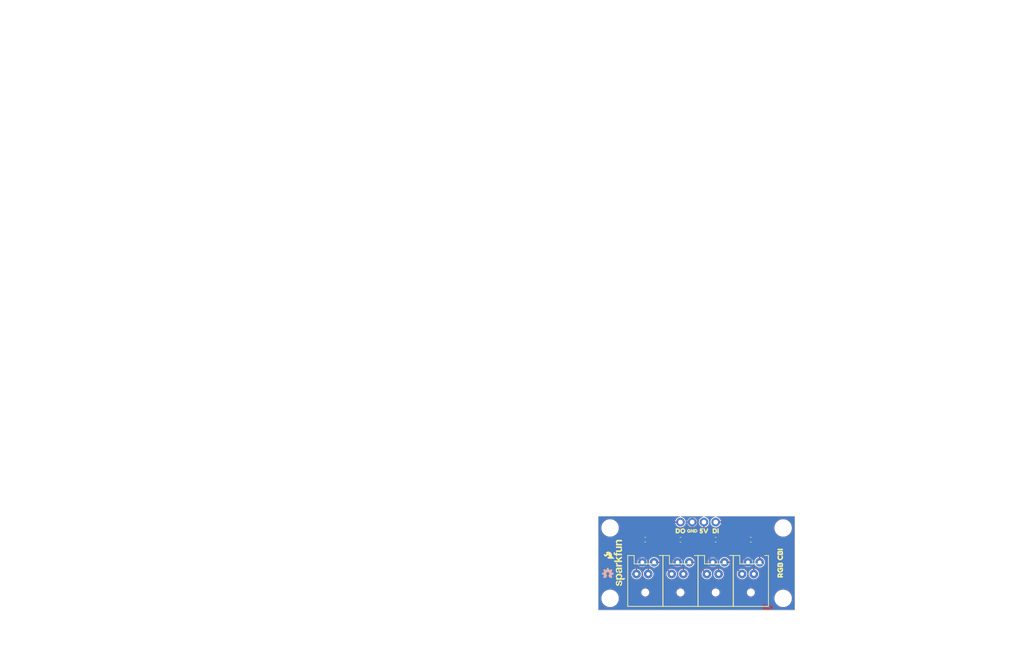
<source format=kicad_pcb>
(kicad_pcb (version 20221018) (generator pcbnew)
  (layers (0 "F.Cu" signal) (31 "B.Cu" signal) (34 "B.Paste" user) (35 "F.Paste" user) (36 "B.SilkS" user "B.Silkscreen") (37 "F.SilkS" user "F.Silkscreen") (38 "B.Mask" user) (39 "F.Mask" user) (44 "Edge.Cuts" user))
  (net 0 "")
  (net 1 "GND")
  (net 2 "5V")
  (net 3 "Net-(D1-DOUT)")
  (net 4 "Net-(D2-DOUT)")
  (net 5 "DIN")
  (net 6 "DOUT")
  (net 7 "Net-(D3-DOUT)")
  (footprint "kibuzzard-6570C446" (layer "F.Cu") (at 168.91 121.92 90)
    (fp_text reference "kibuzzard-6570C446" hide)
    (fp_text value "G***" hide)
  )
  (footprint "SparkFun-Hardware:STAND-OFF" (layer "F.Cu") (at 169.545 114.3)
    (fp_text reference "ST1")
    (fp_text value "Stand_off")
    (pad "" np_thru_hole circle (at 0 0) (size 3.302 3.302) (drill 3.302) (layers "F&B.Cu" "*.Mask"))
  )
  (footprint "SparkFun-LED:WS2812B-CBI_Datasheet" (layer "F.Cu") (at 139.7 128.27 -90)
    (fp_text reference "D4")
    (fp_text value "WS2812B_CBI")
    (pad "" np_thru_hole circle (at 0 0 270) (size 1.25 1.25) (drill 1.25) (layers "F&B.Cu" "*.Mask"))
    (pad "1" thru_hole circle (at -6.54 -1.905 270) (size 1.8796 1.8796) (drill 0.8128) (layers "*.Cu" "*.Mask") (net 7 "Net-(D3-DOUT)"))
    (pad "2" thru_hole circle (at -4 -0.635 270) (size 1.8796 1.8796) (drill 0.8128) (layers "*.Cu" "*.Mask") (net 2 "5V"))
    (pad "3" thru_hole circle (at -6.54 0.635 270) (size 1.8796 1.8796) (drill 0.8128) (layers "*.Cu" "*.Mask") (net 1 "GND"))
    (pad "4" thru_hole circle (at -4 1.905 270) (size 1.8796 1.8796) (drill 0.8128) (layers "*.Cu" "*.Mask") (net 6 "DOUT"))
  )
  (footprint "SparkFun-LED:WS2812B-CBI_Datasheet" (layer "F.Cu") (at 162.56 128.27 -90)
    (fp_text reference "D1")
    (fp_text value "WS2812B_CBI")
    (pad "" np_thru_hole circle (at 0 0 270) (size 1.25 1.25) (drill 1.25) (layers "F&B.Cu" "*.Mask"))
    (pad "1" thru_hole circle (at -6.54 -1.905 270) (size 1.8796 1.8796) (drill 0.8128) (layers "*.Cu" "*.Mask") (net 5 "DIN"))
    (pad "2" thru_hole circle (at -4 -0.635 270) (size 1.8796 1.8796) (drill 0.8128) (layers "*.Cu" "*.Mask") (net 2 "5V"))
    (pad "3" thru_hole circle (at -6.54 0.635 270) (size 1.8796 1.8796) (drill 0.8128) (layers "*.Cu" "*.Mask") (net 1 "GND"))
    (pad "4" thru_hole circle (at -4 1.905 270) (size 1.8796 1.8796) (drill 0.8128) (layers "*.Cu" "*.Mask") (net 3 "Net-(D1-DOUT)"))
  )
  (footprint "SparkFun-LED:WS2812B-CBI_Datasheet" (layer "F.Cu") (at 147.32 128.27 -90)
    (fp_text reference "D3")
    (fp_text value "WS2812B_CBI")
    (pad "" np_thru_hole circle (at 0 0 270) (size 1.25 1.25) (drill 1.25) (layers "F&B.Cu" "*.Mask"))
    (pad "1" thru_hole circle (at -6.54 -1.905 270) (size 1.8796 1.8796) (drill 0.8128) (layers "*.Cu" "*.Mask") (net 4 "Net-(D2-DOUT)"))
    (pad "2" thru_hole circle (at -4 -0.635 270) (size 1.8796 1.8796) (drill 0.8128) (layers "*.Cu" "*.Mask") (net 2 "5V"))
    (pad "3" thru_hole circle (at -6.54 0.635 270) (size 1.8796 1.8796) (drill 0.8128) (layers "*.Cu" "*.Mask") (net 1 "GND"))
    (pad "4" thru_hole circle (at -4 1.905 270) (size 1.8796 1.8796) (drill 0.8128) (layers "*.Cu" "*.Mask") (net 7 "Net-(D3-DOUT)"))
  )
  (footprint "kibuzzard-6570C414" (layer "F.Cu") (at 147.32 114.935)
    (fp_text reference "kibuzzard-6570C414" hide)
    (fp_text value "G***" hide)
  )
  (footprint "kibuzzard-6570C3FB" (layer "F.Cu") (at 152.4 114.935)
    (fp_text reference "kibuzzard-6570C3FB" hide)
    (fp_text value "G***" hide)
  )
  (footprint "SparkFun-Aesthetic:Creative_Commons_License" (layer "F.Cu") (at 152.4 138.43)
    (fp_text reference "G2" hide)
    (fp_text value "OSHW_Logo" hide)
  )
  (footprint "SparkFun-Capacitor:C_0603_1608Metric" (layer "F.Cu") (at 162.56 116.84 180)
    (fp_text reference "C1")
    (fp_text value "0.1uF")
    (pad "1" smd roundrect (at -0.775 0 180) (size 0.9 0.95) (layers "F.Cu" "F.Paste" "F.Mask") (net 2 "5V"))
    (pad "2" smd roundrect (at 0.775 0 180) (size 0.9 0.95) (layers "F.Cu" "F.Paste" "F.Mask") (net 1 "GND"))
  )
  (footprint "SparkFun-Aesthetic:SparkFun_Logo_10mm" (layer "F.Cu") (at 133.985 121.92 90)
    (fp_text reference "G***" hide)
    (fp_text value "LOGO" hide)
  )
  (footprint "SparkFun-Capacitor:C_0603_1608Metric" (layer "F.Cu") (at 154.94 116.84 180)
    (fp_text reference "C2")
    (fp_text value "0.1uF")
    (pad "1" smd roundrect (at -0.775 0 180) (size 0.9 0.95) (layers "F.Cu" "F.Paste" "F.Mask") (net 2 "5V"))
    (pad "2" smd roundrect (at 0.775 0 180) (size 0.9 0.95) (layers "F.Cu" "F.Paste" "F.Mask") (net 1 "GND"))
  )
  (footprint "SparkFun-Aesthetic:Fiducial_0.5mm_Mask1mm" (layer "F.Cu") (at 170.18 125.73)
    (fp_text reference "FID1")
    (fp_text value "Fiducial_0.5mm")
    (pad "" smd circle (at 0 0) (size 0.5 0.5) (layers "F.Cu" "F.Mask") (clearance 0.25))
  )
  (footprint "kibuzzard-6570C42B" (layer "F.Cu") (at 149.86 114.935)
    (fp_text reference "kibuzzard-6570C42B" hide)
    (fp_text value "G***" hide)
  )
  (footprint "SparkFun-Connector:1X04" (layer "F.Cu") (at 147.32 113.03)
    (fp_text reference "J1")
    (fp_text value "Conn_01x04")
    (pad "1" thru_hole circle (at 0 0 90) (size 1.8796 1.8796) (drill 1.016) (layers "*.Cu" "*.Mask") (net 6 "DOUT"))
    (pad "2" thru_hole circle (at 2.54 0 90) (size 1.8796 1.8796) (drill 1.016) (layers "*.Cu" "*.Mask") (net 1 "GND"))
    (pad "3" thru_hole circle (at 5.08 0 90) (size 1.8796 1.8796) (drill 1.016) (layers "*.Cu" "*.Mask") (net 2 "5V"))
    (pad "4" thru_hole circle (at 7.62 0 90) (size 1.8796 1.8796) (drill 1.016) (layers "*.Cu" "*.Mask") (net 5 "DIN"))
  )
  (footprint "SparkFun-Capacitor:C_0603_1608Metric" (layer "F.Cu") (at 139.7 116.84 180)
    (fp_text reference "C4")
    (fp_text value "0.1uF")
    (pad "1" smd roundrect (at -0.775 0 180) (size 0.9 0.95) (layers "F.Cu" "F.Paste" "F.Mask") (net 2 "5V"))
    (pad "2" smd roundrect (at 0.775 0 180) (size 0.9 0.95) (layers "F.Cu" "F.Paste" "F.Mask") (net 1 "GND"))
  )
  (footprint "SparkFun-Hardware:STAND-OFF" (layer "F.Cu") (at 132.08 114.3)
    (fp_text reference "ST2")
    (fp_text value "Stand_off")
    (pad "" np_thru_hole circle (at 0 0) (size 3.302 3.302) (drill 3.302) (layers "F&B.Cu" "*.Mask"))
  )
  (footprint "SparkFun-Aesthetic:ORDERING_INSTRUCTIONS" (layer "F.Cu") (at 0.25 0.25)
    (fp_text reference "U1" hide)
    (fp_text value "~" hide)
  )
  (footprint "SparkFun-Capacitor:C_0603_1608Metric" (layer "F.Cu") (at 147.32 116.84 180)
    (fp_text reference "C3")
    (fp_text value "0.1uF" hide)
    (pad "1" smd roundrect (at -0.775 0 180) (size 0.9 0.95) (layers "F.Cu" "F.Paste" "F.Mask") (net 2 "5V"))
    (pad "2" smd roundrect (at 0.775 0 180) (size 0.9 0.95) (layers "F.Cu" "F.Paste" "F.Mask") (net 1 "GND"))
  )
  (footprint "SparkFun-Hardware:STAND-OFF" (layer "F.Cu") (at 132.08 129.54)
    (fp_text reference "ST4")
    (fp_text value "Stand_off")
    (pad "" np_thru_hole circle (at 0 0) (size 3.302 3.302) (drill 3.302) (layers "F&B.Cu" "*.Mask"))
  )
  (footprint "SparkFun-Aesthetic:Fiducial_0.5mm_Mask1mm" (layer "F.Cu") (at 135.89 113.03)
    (fp_text reference "FID2")
    (fp_text value "Fiducial_0.5mm")
    (pad "" smd circle (at 0 0) (size 0.5 0.5) (layers "F.Cu" "F.Mask") (clearance 0.25))
  )
  (footprint "SparkFun-Hardware:STAND-OFF" (layer "F.Cu") (at 169.545 129.54)
    (fp_text reference "ST3")
    (fp_text value "Stand_off")
    (pad "" np_thru_hole circle (at 0 0) (size 3.302 3.302) (drill 3.302) (layers "F&B.Cu" "*.Mask"))
  )
  (footprint "kibuzzard-6570C40C" (layer "F.Cu") (at 154.94 114.935)
    (fp_text reference "kibuzzard-6570C40C" hide)
    (fp_text value "G***" hide)
  )
  (footprint "SparkFun-LED:WS2812B-CBI_Datasheet" (layer "F.Cu") (at 154.94 128.27 -90)
    (fp_text reference "D2")
    (fp_text value "WS2812B_CBI")
    (pad "" np_thru_hole circle (at 0 0 270) (size 1.25 1.25) (drill 1.25) (layers "F&B.Cu" "*.Mask"))
    (pad "1" thru_hole circle (at -6.54 -1.905 270) (size 1.8796 1.8796) (drill 0.8128) (layers "*.Cu" "*.Mask") (net 3 "Net-(D1-DOUT)"))
    (pad "2" thru_hole circle (at -4 -0.635 270) (size 1.8796 1.8796) (drill 0.8128) (layers "*.Cu" "*.Mask") (net 2 "5V"))
    (pad "3" thru_hole circle (at -6.54 0.635 270) (size 1.8796 1.8796) (drill 0.8128) (layers "*.Cu" "*.Mask") (net 1 "GND"))
    (pad "4" thru_hole circle (at -4 1.905 270) (size 1.8796 1.8796) (drill 0.8128) (layers "*.Cu" "*.Mask") (net 4 "Net-(D2-DOUT)"))
  )
  (footprint "SparkFun-Aesthetic:OSHW_Logo_2.5mm" (layer "B.Cu") (at 131.572 124.206 180)
    (fp_text reference "Ref**" hide)
    (fp_text value "Val**" hide)
  )
  (gr_rect (start 129.54 111.76) (end 172.085 132.08) (stroke (width 0.1)) (fill none) (layer "Edge.Cuts"))
  (gr_text "v12" (at 166.22358 131.389225) (layer "B.Cu" knockout) (effects (font (size 0.8 0.8) (thickness 0.2) bold) (justify mirror)))
  (segment (start 148.095 116.84) (end 148.095 115.607367) (width 0.254) (layer "F.Cu") (net 2))
  (segment (start 163.195 116.98) (end 163.335 116.84) (width 0.254) (layer "F.Cu") (net 2))
  (segment (start 155.715 115.579342) (end 155.705658 115.57) (width 0.254) (layer "F.Cu") (net 2))
  (segment (start 140.475 116.7) (end 140.475 116.84) (width 0.254) (layer "F.Cu") (net 2))
  (segment (start 155.575 116.98) (end 155.715 116.84) (width 0.254) (layer "F.Cu") (net 2))
  (segment (start 147.955 116.98) (end 148.095 116.84) (width 0.254) (layer "F.Cu") (net 2))
  (segment (start 155.705658 115.57) (end 154.958313 115.57) (width 0.254) (layer "F.Cu") (net 2))
  (segment (start 152.445586 115.57) (end 148.132367 115.57) (width 0.254) (layer "F.Cu") (net 2))
  (segment (start 148.095 115.607367) (end 148.132367 115.57) (width 0.254) (layer "F.Cu") (net 2))
  (segment (start 141.605 115.57) (end 140.475 116.7) (width 0.254) (layer "F.Cu") (net 2))
  (segment (start 140.335 116.98) (end 140.475 116.84) (width 0.254) (layer "F.Cu") (net 2))
  (segment (start 140.335 124.27) (end 140.335 116.98) (width 0.254) (layer "F.Cu") (net 2))
  (segment (start 155.575 124.27) (end 155.575 116.98) (width 0.254) (layer "F.Cu") (net 2))
  (segment (start 163.335 116.84) (end 163.335 115.71) (width 0.254) (layer "F.Cu") (net 2))
  (segment (start 155.715 116.84) (end 155.715 115.579342) (width 0.254) (layer "F.Cu") (net 2))
  (segment (start 147.955 124.27) (end 147.955 116.98) (width 0.254) (layer "F.Cu") (net 2))
  (segment (start 163.195 115.57) (end 155.705658 115.57) (width 0.254) (layer "F.Cu") (net 2))
  (segment (start 148.132367 115.57) (end 141.605 115.57) (width 0.254) (layer "F.Cu") (net 2))
  (segment (start 152.4 113.03) (end 152.4 115.524414) (width 0.254) (layer "F.Cu") (net 2))
  (segment (start 163.335 115.71) (end 163.195 115.57) (width 0.254) (layer "F.Cu") (net 2))
  (segment (start 163.195 124.27) (end 163.195 116.98) (width 0.254) (layer "F.Cu") (net 2))
  (segment (start 154.958313 115.57) (end 152.445586 115.57) (width 0.254) (layer "F.Cu") (net 2))
  (segment (start 152.4 115.524414) (end 152.445586 115.57) (width 0.254) (layer "F.Cu") (net 2))
  (segment (start 160.655 124.27) (end 158.115 121.73) (width 0.254) (layer "F.Cu") (net 3))
  (segment (start 158.115 121.73) (end 156.845 121.73) (width 0.254) (layer "F.Cu") (net 3))
  (segment (start 150.495 121.73) (end 149.225 121.73) (width 0.254) (layer "F.Cu") (net 4))
  (segment (start 153.035 124.27) (end 150.495 121.73) (width 0.254) (layer "F.Cu") (net 4))
  (segment (start 162.56 113.03) (end 164.465 114.935) (width 0.254) (layer "F.Cu") (net 5))
  (segment (start 154.94 113.03) (end 162.56 113.03) (width 0.254) (layer "F.Cu") (net 5))
  (segment (start 164.465 114.935) (end 164.465 121.73) (width 0.254) (layer "F.Cu") (net 5))
  (segment (start 137.795 114.3) (end 137.795 124.27) (width 0.254) (layer "F.Cu") (net 6))
  (segment (start 139.065 113.03) (end 137.795 114.3) (width 0.254) (layer "F.Cu") (net 6))
  (segment (start 147.32 113.03) (end 139.065 113.03) (width 0.254) (layer "F.Cu") (net 6))
  (segment (start 145.415 124.27) (end 142.875 121.73) (width 0.254) (layer "F.Cu") (net 7))
  (segment (start 142.875 121.73) (end 141.605 121.73) (width 0.254) (layer "F.Cu") (net 7))
  (zone (net 1) (net_name "GND") (layers "F&B.Cu") (connect_pads (clearance 0.1524)) (min_thickness 0.1524) (fill yes (thermal_gap 0.127) (thermal_bridge_width 0.2032))
    (polygon (pts (xy 129.54 132.08) (xy 129.54 111.76) (xy 172.085 111.76) (xy 172.085 132.08)))
  )
)
</source>
